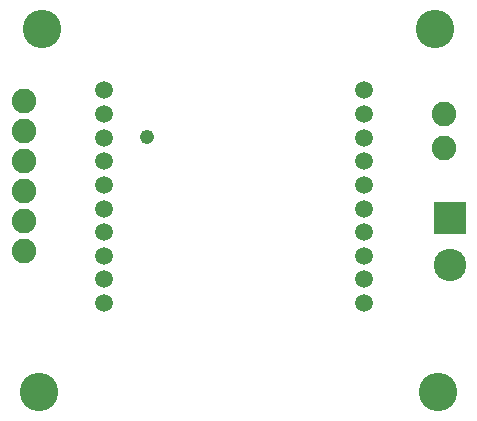
<source format=gbs>
G75*
G70*
%OFA0B0*%
%FSLAX24Y24*%
%IPPOS*%
%LPD*%
%AMOC8*
5,1,8,0,0,1.08239X$1,22.5*
%
%ADD10C,0.0595*%
%ADD11C,0.0820*%
%ADD12R,0.1084X0.1084*%
%ADD13C,0.1084*%
%ADD14C,0.1280*%
%ADD15C,0.0476*%
D10*
X003769Y004557D03*
X003769Y005344D03*
X003769Y006131D03*
X003769Y006919D03*
X003769Y007706D03*
X003769Y008494D03*
X003769Y009281D03*
X003769Y010069D03*
X003769Y010856D03*
X003769Y011643D03*
X012431Y011643D03*
X012431Y010856D03*
X012431Y010069D03*
X012431Y009281D03*
X012431Y008494D03*
X012431Y007706D03*
X012431Y006919D03*
X012431Y006131D03*
X012431Y005344D03*
X012431Y004557D03*
D11*
X015100Y009730D03*
X015100Y010870D03*
X001100Y011300D03*
X001100Y010300D03*
X001100Y009300D03*
X001100Y008300D03*
X001100Y007300D03*
X001100Y006300D03*
D12*
X015300Y007380D03*
D13*
X015300Y005820D03*
D14*
X001600Y001600D03*
X014900Y001600D03*
X014800Y013700D03*
X001700Y013700D03*
D15*
X005200Y010100D03*
M02*

</source>
